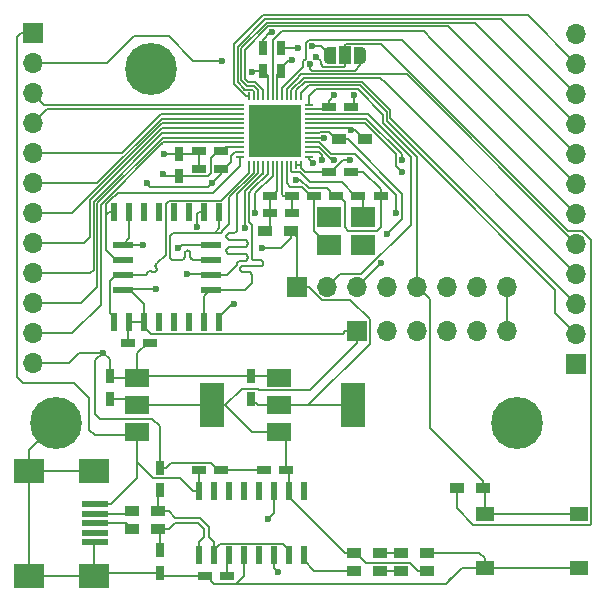
<source format=gbr>
G04 #@! TF.GenerationSoftware,KiCad,Pcbnew,5.1.2-f72e74a~84~ubuntu18.04.1*
G04 #@! TF.CreationDate,2019-07-30T17:12:06-04:00*
G04 #@! TF.ProjectId,fe310-dev,66653331-302d-4646-9576-2e6b69636164,rev?*
G04 #@! TF.SameCoordinates,Original*
G04 #@! TF.FileFunction,Copper,L1,Top*
G04 #@! TF.FilePolarity,Positive*
%FSLAX46Y46*%
G04 Gerber Fmt 4.6, Leading zero omitted, Abs format (unit mm)*
G04 Created by KiCad (PCBNEW 5.1.2-f72e74a~84~ubuntu18.04.1) date 2019-07-30 17:12:06*
%MOMM*%
%LPD*%
G04 APERTURE LIST*
%ADD10C,0.700000*%
%ADD11C,4.400000*%
%ADD12R,0.600000X1.500000*%
%ADD13R,1.200000X0.750000*%
%ADD14R,0.750000X1.200000*%
%ADD15R,1.200000X0.900000*%
%ADD16R,2.500000X2.000000*%
%ADD17R,2.300000X0.500000*%
%ADD18O,1.700000X1.700000*%
%ADD19R,1.700000X1.700000*%
%ADD20R,1.550000X1.300000*%
%ADD21R,2.000000X3.800000*%
%ADD22R,2.000000X1.500000*%
%ADD23C,0.600000*%
%ADD24R,4.400000X4.400000*%
%ADD25R,0.650000X0.200000*%
%ADD26R,0.200000X0.650000*%
%ADD27R,1.750000X0.550000*%
%ADD28R,2.100000X1.800000*%
%ADD29C,0.500000*%
%ADD30C,0.100000*%
%ADD31R,1.000000X1.500000*%
%ADD32C,0.150000*%
%ADD33C,0.200000*%
G04 APERTURE END LIST*
D10*
X25166726Y-48833274D03*
X24000000Y-48350000D03*
X22833274Y-48833274D03*
X22350000Y-50000000D03*
X22833274Y-51166726D03*
X24000000Y-51650000D03*
X25166726Y-51166726D03*
X25650000Y-50000000D03*
D11*
X24000000Y-50000000D03*
X63000000Y-50000000D03*
D10*
X64650000Y-50000000D03*
X64166726Y-51166726D03*
X63000000Y-51650000D03*
X61833274Y-51166726D03*
X61350000Y-50000000D03*
X61833274Y-48833274D03*
X63000000Y-48350000D03*
X64166726Y-48833274D03*
X33166726Y-18833274D03*
X32000000Y-18350000D03*
X30833274Y-18833274D03*
X30350000Y-20000000D03*
X30833274Y-21166726D03*
X32000000Y-21650000D03*
X33166726Y-21166726D03*
X33650000Y-20000000D03*
D11*
X32000000Y-20000000D03*
D12*
X28909297Y-32159920D03*
X30179297Y-32159920D03*
X31449297Y-32159920D03*
X32719297Y-32159920D03*
X33989297Y-32159920D03*
X35259297Y-32159920D03*
X36529297Y-32159920D03*
X37799297Y-32159920D03*
X37799297Y-41459920D03*
X36529297Y-41459920D03*
X35259297Y-41459920D03*
X33989297Y-41459920D03*
X32719297Y-41459920D03*
X31449297Y-41459920D03*
X30179297Y-41459920D03*
X28909297Y-41459920D03*
D13*
X37950000Y-54000000D03*
X36050000Y-54000000D03*
X41550000Y-54000000D03*
X43450000Y-54000000D03*
D14*
X32750000Y-53800000D03*
X32750000Y-55700000D03*
X28500000Y-46050000D03*
X28500000Y-47950000D03*
D13*
X36550000Y-63000000D03*
X38450000Y-63000000D03*
D14*
X32750000Y-60800000D03*
X32750000Y-62700000D03*
X40500000Y-46050000D03*
X40500000Y-47950000D03*
X34400000Y-27200000D03*
X34400000Y-29100000D03*
X43000000Y-20200000D03*
X43000000Y-18300000D03*
D13*
X47050000Y-28750000D03*
X48950000Y-28750000D03*
X37950000Y-27000000D03*
X36050000Y-27000000D03*
D14*
X41500000Y-18300000D03*
X41500000Y-20200000D03*
D13*
X42050000Y-32250000D03*
X43950000Y-32250000D03*
X48950000Y-23250000D03*
X47050000Y-23250000D03*
X37950000Y-28500000D03*
X36050000Y-28500000D03*
X43950000Y-30750000D03*
X42050000Y-30750000D03*
X30050000Y-43200000D03*
X31950000Y-43200000D03*
X51450000Y-30750000D03*
X49550000Y-30750000D03*
X45800000Y-30750000D03*
X47700000Y-30750000D03*
D15*
X49200000Y-62500000D03*
X51400000Y-62500000D03*
D16*
X21700000Y-62950000D03*
X27200000Y-62950000D03*
X21700000Y-54050000D03*
X27200000Y-54050000D03*
D17*
X27300000Y-60100000D03*
X27300000Y-59300000D03*
X27300000Y-58500000D03*
X27300000Y-57700000D03*
X27300000Y-56900000D03*
D18*
X62150000Y-42250000D03*
X59610000Y-42250000D03*
X57070000Y-42250000D03*
X54530000Y-42250000D03*
X51990000Y-42250000D03*
D19*
X49450000Y-42250000D03*
X68000000Y-45000000D03*
D18*
X68000000Y-42460000D03*
X68000000Y-39920000D03*
X68000000Y-37380000D03*
X68000000Y-34840000D03*
X68000000Y-32300000D03*
X68000000Y-29760000D03*
X68000000Y-27220000D03*
X68000000Y-24680000D03*
X68000000Y-22140000D03*
X68000000Y-19600000D03*
X68000000Y-17060000D03*
X22000000Y-44940000D03*
X22000000Y-42400000D03*
X22000000Y-39860000D03*
X22000000Y-37320000D03*
X22000000Y-34780000D03*
X22000000Y-32240000D03*
X22000000Y-29700000D03*
X22000000Y-27160000D03*
X22000000Y-24620000D03*
X22000000Y-22080000D03*
X22000000Y-19540000D03*
D19*
X22000000Y-17000000D03*
D18*
X62180000Y-38500000D03*
X59640000Y-38500000D03*
X57100000Y-38500000D03*
X54560000Y-38500000D03*
X52020000Y-38500000D03*
X49480000Y-38500000D03*
X46940000Y-38500000D03*
D19*
X44400000Y-38500000D03*
D15*
X30400000Y-59000000D03*
X32600000Y-59000000D03*
X32600000Y-57500000D03*
X30400000Y-57500000D03*
X55400000Y-62500000D03*
X53200000Y-62500000D03*
X43850000Y-33750000D03*
X41650000Y-33750000D03*
X60100000Y-55500000D03*
X57900000Y-55500000D03*
X50100000Y-26000000D03*
X47900000Y-26000000D03*
D20*
X60270000Y-57750000D03*
X60270000Y-62250000D03*
X68230000Y-62250000D03*
X68230000Y-57750000D03*
D21*
X37150000Y-48500000D03*
D22*
X30850000Y-48500000D03*
X30850000Y-50800000D03*
X30850000Y-46200000D03*
X42850000Y-46200000D03*
X42850000Y-50800000D03*
X42850000Y-48500000D03*
D21*
X49150000Y-48500000D03*
D12*
X36055000Y-55800000D03*
X37325000Y-55800000D03*
X38595000Y-55800000D03*
X39865000Y-55800000D03*
X41135000Y-55800000D03*
X42405000Y-55800000D03*
X43675000Y-55800000D03*
X44945000Y-55800000D03*
X44945000Y-61200000D03*
X43675000Y-61200000D03*
X42405000Y-61200000D03*
X41135000Y-61200000D03*
X39865000Y-61200000D03*
X38595000Y-61200000D03*
X37325000Y-61200000D03*
X36055000Y-61200000D03*
D23*
X43233333Y-23783333D03*
X41766667Y-23783333D03*
X43966667Y-24516667D03*
X43233333Y-24516667D03*
X42500000Y-24516667D03*
X41766667Y-24516667D03*
X41033333Y-24516667D03*
X43233333Y-25250000D03*
X41766667Y-25250000D03*
X43966667Y-25983333D03*
X43233333Y-25983333D03*
X42500000Y-25983333D03*
X41766667Y-25983333D03*
X41033333Y-25983333D03*
X43233333Y-26716667D03*
X41766667Y-26716667D03*
D24*
X42500000Y-25250000D03*
D25*
X39575000Y-27450000D03*
X39575000Y-27050000D03*
X39575000Y-26650000D03*
X39575000Y-26250000D03*
X39575000Y-25850000D03*
X39575000Y-25450000D03*
X39575000Y-25050000D03*
X39575000Y-24650000D03*
X39575000Y-24250000D03*
X39575000Y-23850000D03*
X39575000Y-23450000D03*
X39575000Y-23050000D03*
D26*
X40300000Y-22325000D03*
X40700000Y-22325000D03*
X41100000Y-22325000D03*
X41500000Y-22325000D03*
X41900000Y-22325000D03*
X42300000Y-22325000D03*
X42700000Y-22325000D03*
X43100000Y-22325000D03*
X43500000Y-22325000D03*
X43900000Y-22325000D03*
X44300000Y-22325000D03*
X44700000Y-22325000D03*
D25*
X45425000Y-23050000D03*
X45425000Y-23450000D03*
X45425000Y-23850000D03*
X45425000Y-24250000D03*
X45425000Y-24650000D03*
X45425000Y-25050000D03*
X45425000Y-25450000D03*
X45425000Y-25850000D03*
X45425000Y-26250000D03*
X45425000Y-26650000D03*
X45425000Y-27050000D03*
X45425000Y-27450000D03*
D26*
X44700000Y-28175000D03*
X44300000Y-28175000D03*
X43900000Y-28175000D03*
X43500000Y-28175000D03*
X43100000Y-28175000D03*
X42700000Y-28175000D03*
X42300000Y-28175000D03*
X41900000Y-28175000D03*
X41500000Y-28175000D03*
X41100000Y-28175000D03*
X40700000Y-28175000D03*
X40300000Y-28175000D03*
D27*
X29654297Y-38714920D03*
X29654297Y-37444920D03*
X29654297Y-36174920D03*
X29654297Y-34904920D03*
X37054297Y-34904920D03*
X37054297Y-36174920D03*
X37054297Y-37444920D03*
X37054297Y-38714920D03*
D28*
X47050000Y-32600000D03*
X49950000Y-32600000D03*
X49950000Y-34900000D03*
X47050000Y-34900000D03*
D15*
X49200000Y-61000000D03*
X51400000Y-61000000D03*
X55400000Y-61000000D03*
X53200000Y-61000000D03*
D29*
X47134000Y-18882000D03*
D30*
G36*
X47684000Y-19632000D02*
G01*
X47134000Y-19632000D01*
X47134000Y-19631398D01*
X47109466Y-19631398D01*
X47060635Y-19626588D01*
X47012510Y-19617016D01*
X46965555Y-19602772D01*
X46920222Y-19583995D01*
X46876949Y-19560864D01*
X46836150Y-19533604D01*
X46798221Y-19502476D01*
X46763524Y-19467779D01*
X46732396Y-19429850D01*
X46705136Y-19389051D01*
X46682005Y-19345778D01*
X46663228Y-19300445D01*
X46648984Y-19253490D01*
X46639412Y-19205365D01*
X46634602Y-19156534D01*
X46634602Y-19132000D01*
X46634000Y-19132000D01*
X46634000Y-18632000D01*
X46634602Y-18632000D01*
X46634602Y-18607466D01*
X46639412Y-18558635D01*
X46648984Y-18510510D01*
X46663228Y-18463555D01*
X46682005Y-18418222D01*
X46705136Y-18374949D01*
X46732396Y-18334150D01*
X46763524Y-18296221D01*
X46798221Y-18261524D01*
X46836150Y-18230396D01*
X46876949Y-18203136D01*
X46920222Y-18180005D01*
X46965555Y-18161228D01*
X47012510Y-18146984D01*
X47060635Y-18137412D01*
X47109466Y-18132602D01*
X47134000Y-18132602D01*
X47134000Y-18132000D01*
X47684000Y-18132000D01*
X47684000Y-19632000D01*
X47684000Y-19632000D01*
G37*
D29*
X49734000Y-18882000D03*
D30*
G36*
X49734000Y-18132602D02*
G01*
X49758534Y-18132602D01*
X49807365Y-18137412D01*
X49855490Y-18146984D01*
X49902445Y-18161228D01*
X49947778Y-18180005D01*
X49991051Y-18203136D01*
X50031850Y-18230396D01*
X50069779Y-18261524D01*
X50104476Y-18296221D01*
X50135604Y-18334150D01*
X50162864Y-18374949D01*
X50185995Y-18418222D01*
X50204772Y-18463555D01*
X50219016Y-18510510D01*
X50228588Y-18558635D01*
X50233398Y-18607466D01*
X50233398Y-18632000D01*
X50234000Y-18632000D01*
X50234000Y-19132000D01*
X50233398Y-19132000D01*
X50233398Y-19156534D01*
X50228588Y-19205365D01*
X50219016Y-19253490D01*
X50204772Y-19300445D01*
X50185995Y-19345778D01*
X50162864Y-19389051D01*
X50135604Y-19429850D01*
X50104476Y-19467779D01*
X50069779Y-19502476D01*
X50031850Y-19533604D01*
X49991051Y-19560864D01*
X49947778Y-19583995D01*
X49902445Y-19602772D01*
X49855490Y-19617016D01*
X49807365Y-19626588D01*
X49758534Y-19631398D01*
X49734000Y-19631398D01*
X49734000Y-19632000D01*
X49184000Y-19632000D01*
X49184000Y-18132000D01*
X49734000Y-18132000D01*
X49734000Y-18132602D01*
X49734000Y-18132602D01*
G37*
D31*
X48434000Y-18882000D03*
D23*
X35900000Y-33375000D03*
X34300000Y-35200000D03*
X42250000Y-16925030D03*
X44450000Y-18250000D03*
X33100000Y-27250000D03*
X44250000Y-29400000D03*
X49196000Y-22275000D03*
X27940000Y-44069000D03*
X40550000Y-20250000D03*
X37150000Y-29700000D03*
X32450000Y-38700000D03*
X31649998Y-29700000D03*
X48900000Y-27749999D03*
X45496000Y-19644000D03*
X40850000Y-32250000D03*
X41450000Y-35200000D03*
X33050000Y-28900000D03*
X45640000Y-18120000D03*
X38020000Y-19390000D03*
X43989000Y-19263000D03*
X52750000Y-32250000D03*
X47500000Y-27750000D03*
X46500000Y-27750000D03*
X45750000Y-28000000D03*
X41950000Y-58100000D03*
X42800000Y-62650000D03*
X53250000Y-27750000D03*
X53250000Y-28750000D03*
X52020000Y-34000000D03*
X46625895Y-25861459D03*
X51495000Y-36500000D03*
X31300000Y-34900000D03*
X40000000Y-33500000D03*
X39000000Y-39900000D03*
X35100000Y-37400000D03*
X47500000Y-22275000D03*
X48942000Y-25175000D03*
X46021000Y-19009000D03*
D32*
X33050000Y-63000000D02*
X32750000Y-62700000D01*
X36550000Y-63000000D02*
X33050000Y-63000000D01*
X27450000Y-62700000D02*
X27200000Y-62950000D01*
X32750000Y-62700000D02*
X27450000Y-62700000D01*
X27200000Y-62950000D02*
X21700000Y-62950000D01*
X27200000Y-60200000D02*
X27300000Y-60100000D01*
X27200000Y-62950000D02*
X27200000Y-60200000D01*
X21700000Y-54050000D02*
X27200000Y-54050000D01*
X39865000Y-62965002D02*
X39865000Y-61200000D01*
X39230001Y-63600001D02*
X39865000Y-62965002D01*
X36775000Y-63000000D02*
X37375001Y-63600001D01*
X36550000Y-63000000D02*
X36775000Y-63000000D01*
X34595080Y-34904920D02*
X34300000Y-35200000D01*
X37054297Y-34904920D02*
X34595080Y-34904920D01*
X28650000Y-46200000D02*
X28500000Y-46050000D01*
X30850000Y-46200000D02*
X28650000Y-46200000D01*
X28500000Y-45825000D02*
X28500000Y-46050000D01*
X42700000Y-46050000D02*
X42850000Y-46200000D01*
X40500000Y-46050000D02*
X42700000Y-46050000D01*
X33275000Y-53800000D02*
X32750000Y-53800000D01*
X33675001Y-53399999D02*
X33275000Y-53800000D01*
X37124999Y-53399999D02*
X33675001Y-53399999D01*
X37725000Y-54000000D02*
X37124999Y-53399999D01*
X37950000Y-54000000D02*
X37725000Y-54000000D01*
X41550000Y-54000000D02*
X37950000Y-54000000D01*
X31000000Y-46050000D02*
X30850000Y-46200000D01*
X40500000Y-46050000D02*
X31000000Y-46050000D01*
X49700000Y-28750000D02*
X48950000Y-28750000D01*
X49975000Y-28750000D02*
X49700000Y-28750000D01*
X51450000Y-30225000D02*
X49975000Y-28750000D01*
X51450000Y-30750000D02*
X51450000Y-30225000D01*
X30850000Y-45300000D02*
X30850000Y-46200000D01*
X30850000Y-44075000D02*
X30850000Y-45300000D01*
X31725000Y-43200000D02*
X30850000Y-44075000D01*
X31950000Y-43200000D02*
X31725000Y-43200000D01*
X59820000Y-61000000D02*
X60270000Y-61450000D01*
X60270000Y-61450000D02*
X60270000Y-62250000D01*
X56600000Y-61000000D02*
X59820000Y-61000000D01*
X60270000Y-62250000D02*
X68230000Y-62250000D01*
X56955001Y-63600001D02*
X38750000Y-63600001D01*
X57425001Y-63130001D02*
X56955001Y-63600001D01*
X55400000Y-61000000D02*
X55550000Y-61000000D01*
X38750000Y-63600001D02*
X39230001Y-63600001D01*
X37375001Y-63600001D02*
X38750000Y-63600001D01*
X58305002Y-62250000D02*
X60270000Y-62250000D01*
X56955001Y-63600001D02*
X58305002Y-62250000D01*
X62150000Y-38530000D02*
X62180000Y-38500000D01*
X62150000Y-42250000D02*
X62150000Y-38530000D01*
X42124970Y-16925030D02*
X42250000Y-16925030D01*
X41500000Y-17550000D02*
X42124970Y-16925030D01*
X41500000Y-18300000D02*
X41500000Y-17550000D01*
X43050000Y-18250000D02*
X43000000Y-18300000D01*
X44450000Y-18250000D02*
X43050000Y-18250000D01*
X36050000Y-27975000D02*
X36050000Y-27000000D01*
X36050000Y-28500000D02*
X36050000Y-27975000D01*
X35850000Y-27200000D02*
X36050000Y-27000000D01*
X34400000Y-27200000D02*
X35850000Y-27200000D01*
X21700000Y-45240000D02*
X22000000Y-44940000D01*
X21700000Y-62950000D02*
X21700000Y-54050000D01*
X36079297Y-32159920D02*
X36529297Y-32159920D01*
X35900000Y-32339217D02*
X36079297Y-32159920D01*
X35900000Y-33375000D02*
X35900000Y-32339217D01*
X34350000Y-27250000D02*
X34400000Y-27200000D01*
X33100000Y-27250000D02*
X34350000Y-27250000D01*
X51450000Y-31275000D02*
X51450000Y-30750000D01*
X51450000Y-33455002D02*
X51450000Y-31275000D01*
X51180001Y-33725001D02*
X51450000Y-33455002D01*
X48719999Y-33725001D02*
X51180001Y-33725001D01*
X48450000Y-33455002D02*
X48719999Y-33725001D01*
X48450000Y-31275000D02*
X48450000Y-33455002D01*
X47925000Y-30750000D02*
X48450000Y-31275000D01*
X47700000Y-30750000D02*
X47925000Y-30750000D01*
X44649278Y-29400000D02*
X44250000Y-29400000D01*
X45399277Y-30149999D02*
X44649278Y-29400000D01*
X46874999Y-30149999D02*
X45399277Y-30149999D01*
X47475000Y-30750000D02*
X46874999Y-30149999D01*
X47700000Y-30750000D02*
X47475000Y-30750000D01*
X56600000Y-61000000D02*
X55400000Y-61000000D01*
X49196000Y-23004000D02*
X48950000Y-23250000D01*
X49196000Y-22275000D02*
X49196000Y-23004000D01*
X28500000Y-46050000D02*
X28500000Y-44629000D01*
X28500000Y-44629000D02*
X27940000Y-44069000D01*
X27940000Y-44069000D02*
X25908000Y-44069000D01*
X25908000Y-44069000D02*
X25037000Y-44940000D01*
X22000000Y-44940000D02*
X25037000Y-44940000D01*
X27305000Y-44704000D02*
X27940000Y-44069000D01*
X27305000Y-49276000D02*
X27305000Y-44704000D01*
X27686000Y-49657000D02*
X27305000Y-49276000D01*
X32131000Y-49657000D02*
X27686000Y-49657000D01*
X32750000Y-53800000D02*
X32750000Y-50276000D01*
X32750000Y-50276000D02*
X32131000Y-49657000D01*
X21700000Y-52300000D02*
X24000000Y-50000000D01*
X21700000Y-54050000D02*
X21700000Y-52300000D01*
X30850000Y-54650000D02*
X30850000Y-51700000D01*
X28600000Y-56900000D02*
X30850000Y-54650000D01*
X27300000Y-56900000D02*
X28600000Y-56900000D01*
X36055000Y-54005000D02*
X36050000Y-54000000D01*
X36055000Y-55800000D02*
X36055000Y-54005000D01*
X30850000Y-51700000D02*
X30850000Y-50800000D01*
X30850000Y-53280002D02*
X30850000Y-51700000D01*
X32194999Y-54625001D02*
X30850000Y-53280002D01*
X34430001Y-54625001D02*
X32194999Y-54625001D01*
X35605000Y-55800000D02*
X34430001Y-54625001D01*
X36055000Y-55800000D02*
X35605000Y-55800000D01*
X20701000Y-46101000D02*
X20701000Y-17299000D01*
X21209000Y-46609000D02*
X20701000Y-46101000D01*
X30850000Y-50800000D02*
X30650000Y-51000000D01*
X30650000Y-51000000D02*
X27232000Y-51000000D01*
X26797000Y-47879000D02*
X25527000Y-46609000D01*
X21000000Y-17000000D02*
X22000000Y-17000000D01*
X27232000Y-51000000D02*
X26797000Y-50565000D01*
X20701000Y-17299000D02*
X21000000Y-17000000D01*
X26797000Y-50565000D02*
X26797000Y-47879000D01*
X25527000Y-46609000D02*
X21209000Y-46609000D01*
X31449297Y-41459920D02*
X30179297Y-41459920D01*
X30254297Y-38714920D02*
X29654297Y-38714920D01*
X31449297Y-39909920D02*
X30254297Y-38714920D01*
X31449297Y-41459920D02*
X31449297Y-39909920D01*
X30300000Y-47950000D02*
X30850000Y-48500000D01*
X28500000Y-47950000D02*
X30300000Y-47950000D01*
X30850000Y-48500000D02*
X37150000Y-48500000D01*
X41700000Y-50800000D02*
X42850000Y-50800000D01*
X40600000Y-50800000D02*
X41700000Y-50800000D01*
X38300000Y-48500000D02*
X40600000Y-50800000D01*
X43675000Y-54225000D02*
X43450000Y-54000000D01*
X43675000Y-55800000D02*
X43675000Y-54225000D01*
X43450000Y-51400000D02*
X42850000Y-50800000D01*
X43450000Y-54000000D02*
X43450000Y-51400000D01*
X44700000Y-28400000D02*
X44700000Y-28175000D01*
X45050000Y-28750000D02*
X44700000Y-28400000D01*
X47050000Y-28750000D02*
X45050000Y-28750000D01*
X44700000Y-28175000D02*
X44300000Y-28175000D01*
X30050000Y-41589217D02*
X30179297Y-41459920D01*
X30050000Y-43200000D02*
X30050000Y-41589217D01*
X41900000Y-20600000D02*
X41500000Y-20200000D01*
X41900000Y-22325000D02*
X41900000Y-20600000D01*
X38300000Y-48500000D02*
X37150000Y-48500000D01*
X39675001Y-47124999D02*
X38300000Y-48500000D01*
X41055001Y-47124999D02*
X39675001Y-47124999D01*
X41180002Y-47250000D02*
X41055001Y-47124999D01*
X45450000Y-47250000D02*
X41180002Y-47250000D01*
X49450000Y-43250000D02*
X45450000Y-47250000D01*
X49450000Y-42250000D02*
X49450000Y-43250000D01*
X40600000Y-20200000D02*
X40550000Y-20250000D01*
X41500000Y-20200000D02*
X40600000Y-20200000D01*
X37950000Y-28900000D02*
X37950000Y-28500000D01*
X37150000Y-29700000D02*
X37950000Y-28900000D01*
X38175000Y-28500000D02*
X37950000Y-28500000D01*
X38775001Y-27899999D02*
X38175000Y-28500000D01*
X38775001Y-27374999D02*
X38775001Y-27899999D01*
X39100000Y-27050000D02*
X38775001Y-27374999D01*
X39575000Y-27050000D02*
X39100000Y-27050000D01*
X31449297Y-41909920D02*
X31449297Y-41459920D01*
X31974298Y-42434921D02*
X31449297Y-41909920D01*
X48450000Y-42250000D02*
X48265079Y-42434921D01*
X48265079Y-42434921D02*
X31974298Y-42434921D01*
X49450000Y-42250000D02*
X48450000Y-42250000D01*
X29669217Y-38700000D02*
X29654297Y-38714920D01*
X32450000Y-38700000D02*
X29669217Y-38700000D01*
X31949997Y-29999999D02*
X31649998Y-29700000D01*
X36850001Y-29999999D02*
X31949997Y-29999999D01*
X37150000Y-29700000D02*
X36850001Y-29999999D01*
X48275001Y-27749999D02*
X48900000Y-27749999D01*
X47275000Y-28750000D02*
X48275001Y-27749999D01*
X47050000Y-28750000D02*
X47275000Y-28750000D01*
X43675000Y-56250000D02*
X43675000Y-55800000D01*
X48425000Y-61000000D02*
X43675000Y-56250000D01*
X49200000Y-61000000D02*
X48425000Y-61000000D01*
X54650000Y-62500000D02*
X55400000Y-62500000D01*
X53974999Y-61824999D02*
X54650000Y-62500000D01*
X50174999Y-61824999D02*
X53974999Y-61824999D01*
X49350000Y-61000000D02*
X50174999Y-61824999D01*
X49200000Y-61000000D02*
X49350000Y-61000000D01*
X49734000Y-19729592D02*
X49734000Y-18882000D01*
X49265593Y-20197999D02*
X49734000Y-19729592D01*
X45625735Y-20197999D02*
X49265593Y-20197999D01*
X45496000Y-20068264D02*
X45625735Y-20197999D01*
X45496000Y-19644000D02*
X45496000Y-20068264D01*
X38450000Y-61345000D02*
X38595000Y-61200000D01*
X38450000Y-63000000D02*
X38450000Y-61345000D01*
X41050000Y-48500000D02*
X40500000Y-47950000D01*
X42850000Y-48500000D02*
X41050000Y-48500000D01*
X42850000Y-48500000D02*
X49150000Y-48500000D01*
X42700000Y-20500000D02*
X43000000Y-20200000D01*
X42700000Y-22325000D02*
X42700000Y-20500000D01*
X49150000Y-49400000D02*
X49150000Y-48500000D01*
X44400000Y-34300000D02*
X43850000Y-33750000D01*
X44400000Y-38500000D02*
X44400000Y-34300000D01*
X38300000Y-26650000D02*
X37950000Y-27000000D01*
X39575000Y-26650000D02*
X38300000Y-26650000D01*
X37725000Y-27000000D02*
X37950000Y-27000000D01*
X37124999Y-27600001D02*
X37725000Y-27000000D01*
X37124999Y-28805003D02*
X37124999Y-27600001D01*
X36830002Y-29100000D02*
X37124999Y-28805003D01*
X34400000Y-29100000D02*
X36830002Y-29100000D01*
X42300000Y-29119998D02*
X40850000Y-30569998D01*
X40850000Y-30569998D02*
X40850000Y-32250000D01*
X42300000Y-28175000D02*
X42300000Y-29119998D01*
X43850000Y-34350000D02*
X43850000Y-33750000D01*
X43000000Y-35200000D02*
X43850000Y-34350000D01*
X41450000Y-35200000D02*
X43000000Y-35200000D01*
X45400000Y-38500000D02*
X44400000Y-38500000D01*
X46475001Y-39575001D02*
X45400000Y-38500000D01*
X48880003Y-39575001D02*
X46475001Y-39575001D01*
X50525001Y-41219999D02*
X48880003Y-39575001D01*
X50525001Y-43280001D02*
X50525001Y-41219999D01*
X45305002Y-48500000D02*
X50525001Y-43280001D01*
X42850000Y-48500000D02*
X45305002Y-48500000D01*
X33250000Y-29100000D02*
X33050000Y-28900000D01*
X34400000Y-29100000D02*
X33250000Y-29100000D01*
X49150000Y-48350000D02*
X49150000Y-48500000D01*
X46372000Y-18120000D02*
X45640000Y-18120000D01*
X47134000Y-18882000D02*
X46372000Y-18120000D01*
X43712000Y-19263000D02*
X43989000Y-19263000D01*
X43000000Y-19975000D02*
X43712000Y-19263000D01*
X43000000Y-20200000D02*
X43000000Y-19975000D01*
X35610000Y-19390000D02*
X38020000Y-19390000D01*
X35610000Y-19390000D02*
X35610000Y-19360000D01*
X35610000Y-19360000D02*
X33500000Y-17250000D01*
X30580000Y-17250000D02*
X28290000Y-19540000D01*
X33500000Y-17250000D02*
X30580000Y-17250000D01*
X22000000Y-19540000D02*
X28290000Y-19540000D01*
X42050000Y-32250000D02*
X42050000Y-30750000D01*
X42050000Y-33350000D02*
X41650000Y-33750000D01*
X42050000Y-32250000D02*
X42050000Y-33350000D01*
X42700000Y-28650000D02*
X42700000Y-28175000D01*
X42700000Y-30325000D02*
X42700000Y-28650000D01*
X42275000Y-30750000D02*
X42700000Y-30325000D01*
X42050000Y-30750000D02*
X42275000Y-30750000D01*
X43950000Y-32250000D02*
X43950000Y-30750000D01*
X43100000Y-28650000D02*
X43100000Y-28175000D01*
X43100000Y-30650000D02*
X43100000Y-28650000D01*
X43200000Y-30750000D02*
X43100000Y-30650000D01*
X43950000Y-30750000D02*
X43200000Y-30750000D01*
X49950000Y-31150000D02*
X49550000Y-30750000D01*
X49950000Y-32600000D02*
X49950000Y-31150000D01*
X48175000Y-29600000D02*
X49325000Y-30750000D01*
X45475722Y-29600000D02*
X48175000Y-29600000D01*
X44600723Y-28725001D02*
X45475722Y-29600000D01*
X49325000Y-30750000D02*
X49550000Y-30750000D01*
X43975001Y-28725001D02*
X44600723Y-28725001D01*
X43900000Y-28650000D02*
X43975001Y-28725001D01*
X43900000Y-28175000D02*
X43900000Y-28650000D01*
X43500000Y-28175000D02*
X43500000Y-29700000D01*
X43500000Y-29700000D02*
X43800000Y-30000000D01*
X45575000Y-30750000D02*
X45800000Y-30750000D01*
X44825000Y-30000000D02*
X45575000Y-30750000D01*
X43800000Y-30000000D02*
X44825000Y-30000000D01*
X46900000Y-34900000D02*
X47050000Y-34900000D01*
X45774999Y-33774999D02*
X46900000Y-34900000D01*
X45800000Y-31275000D02*
X45774999Y-31300001D01*
X45774999Y-31300001D02*
X45774999Y-33774999D01*
X45800000Y-30750000D02*
X45800000Y-31275000D01*
X51400000Y-62500000D02*
X53200000Y-62500000D01*
X44945000Y-61650000D02*
X44945000Y-61200000D01*
X45795000Y-62500000D02*
X44945000Y-61650000D01*
X45795000Y-62500000D02*
X49200000Y-62500000D01*
X29900000Y-58500000D02*
X30400000Y-59000000D01*
X27300000Y-58500000D02*
X29900000Y-58500000D01*
X30200000Y-57700000D02*
X30400000Y-57500000D01*
X27300000Y-57700000D02*
X30200000Y-57700000D01*
X52750000Y-30669998D02*
X52750000Y-32250000D01*
X47247819Y-27224999D02*
X49305001Y-27224999D01*
X46272820Y-26250000D02*
X47247819Y-27224999D01*
X49305001Y-27224999D02*
X52750000Y-30669998D01*
X45425000Y-26250000D02*
X46272820Y-26250000D01*
X47348542Y-27750000D02*
X47500000Y-27750000D01*
X46248542Y-26650000D02*
X47348542Y-27750000D01*
X45425000Y-26650000D02*
X46248542Y-26650000D01*
X45900000Y-27050000D02*
X45425000Y-27050000D01*
X46224264Y-27050000D02*
X45900000Y-27050000D01*
X46500000Y-27325736D02*
X46224264Y-27050000D01*
X46500000Y-27750000D02*
X46500000Y-27325736D01*
X45425000Y-27675000D02*
X45750000Y-28000000D01*
X45425000Y-27450000D02*
X45425000Y-27675000D01*
X66250000Y-40710000D02*
X68000000Y-42460000D01*
X54860010Y-27355730D02*
X54860010Y-27360010D01*
X54860010Y-27360010D02*
X66250000Y-38750000D01*
X66250000Y-38750000D02*
X66250000Y-40710000D01*
X44700000Y-22100000D02*
X45399970Y-21400030D01*
X44700000Y-22325000D02*
X44700000Y-22100000D01*
X45399970Y-21400030D02*
X48904310Y-21400030D01*
X49682030Y-21400030D02*
X51969990Y-23687990D01*
X48904310Y-21400030D02*
X49682030Y-21400030D01*
X51969990Y-24465710D02*
X52236140Y-24731860D01*
X51969990Y-23687990D02*
X51969990Y-24465710D01*
X52236140Y-24731860D02*
X54860010Y-27355730D01*
X52270000Y-23480000D02*
X52270000Y-24190000D01*
X49890020Y-21100020D02*
X52270000Y-23480000D01*
X45049980Y-21100020D02*
X49890020Y-21100020D01*
X52270000Y-24190000D02*
X68000000Y-39920000D01*
X44300000Y-21850000D02*
X45049980Y-21100020D01*
X44300000Y-22325000D02*
X44300000Y-21850000D01*
X43900000Y-22325000D02*
X43900000Y-21825722D01*
X51870000Y-21250000D02*
X68000000Y-37380000D01*
X43900000Y-21825722D02*
X44925712Y-20800010D01*
X51420010Y-20800010D02*
X51870000Y-21250000D01*
X44925712Y-20800010D02*
X51420010Y-20800010D01*
X67150001Y-33990001D02*
X68000000Y-34840000D01*
X53660000Y-20500000D02*
X67150001Y-33990001D01*
X44750000Y-20500000D02*
X53660000Y-20500000D01*
X43500000Y-21754280D02*
X44304290Y-20949990D01*
X44304290Y-20945710D02*
X44750000Y-20500000D01*
X44304290Y-20949990D02*
X44304290Y-20945710D01*
X43500000Y-22325000D02*
X43500000Y-21754280D01*
X43100000Y-21676000D02*
X43100000Y-22325000D01*
X44895001Y-19372999D02*
X44895001Y-19880999D01*
X45114999Y-19153001D02*
X44895001Y-19372999D01*
X55800010Y-20100010D02*
X55800000Y-20100010D01*
X45114999Y-17867999D02*
X45114999Y-19153001D01*
X55800000Y-20100010D02*
X53294989Y-17594999D01*
X44895001Y-19880999D02*
X43100000Y-21676000D01*
X68000000Y-32300000D02*
X55800010Y-20100010D01*
X45387999Y-17594999D02*
X45114999Y-17867999D01*
X53294989Y-17594999D02*
X45387999Y-17594999D01*
X56000000Y-17760000D02*
X68000000Y-29760000D01*
X55990000Y-17750000D02*
X56000000Y-17760000D01*
X42300000Y-22325000D02*
X42300000Y-17619998D01*
X55826000Y-17586000D02*
X56000000Y-17760000D01*
X42300000Y-17619998D02*
X42469998Y-17450000D01*
X43100000Y-16850000D02*
X55090000Y-16850000D01*
X42469998Y-17450000D02*
X42500000Y-17450000D01*
X55090000Y-16850000D02*
X55826000Y-17586000D01*
X42500000Y-17450000D02*
X43100000Y-16850000D01*
X67150001Y-26370001D02*
X68000000Y-27220000D01*
X58280000Y-17500000D02*
X67150001Y-26370001D01*
X58229990Y-17449990D02*
X58280000Y-17500000D01*
X57180030Y-16400030D02*
X58280000Y-17500000D01*
X41948526Y-16400030D02*
X57180030Y-16400030D01*
X41500000Y-21825722D02*
X40824268Y-21149990D01*
X39950030Y-20875752D02*
X39950030Y-18398526D01*
X39950030Y-18398526D02*
X41948526Y-16400030D01*
X40224268Y-21149990D02*
X39950030Y-20875752D01*
X40824268Y-21149990D02*
X40224268Y-21149990D01*
X41500000Y-22325000D02*
X41500000Y-21825722D01*
X41100000Y-22325000D02*
X41100000Y-22100000D01*
X59870000Y-16550000D02*
X68000000Y-24680000D01*
X59420020Y-16100020D02*
X59870000Y-16550000D01*
X41824258Y-16100020D02*
X59420020Y-16100020D01*
X39650020Y-21000020D02*
X39650020Y-18274258D01*
X40100000Y-21450000D02*
X39650020Y-21000020D01*
X40700000Y-21450000D02*
X40100000Y-21450000D01*
X41100000Y-21850000D02*
X40700000Y-21450000D01*
X39650020Y-18274258D02*
X41824258Y-16100020D01*
X41100000Y-22325000D02*
X41100000Y-21850000D01*
X61660010Y-15800010D02*
X68000000Y-22140000D01*
X41699990Y-15800010D02*
X61660010Y-15800010D01*
X40580001Y-21774999D02*
X39924999Y-21774999D01*
X40700000Y-21894998D02*
X40580001Y-21774999D01*
X40700000Y-22325000D02*
X40700000Y-21894998D01*
X39924999Y-21724999D02*
X39350010Y-21150010D01*
X39924999Y-21774999D02*
X39924999Y-21724999D01*
X39350010Y-18149990D02*
X41699990Y-15800010D01*
X39350010Y-21150010D02*
X39350010Y-18149990D01*
X63900000Y-15500000D02*
X68000000Y-19600000D01*
X40050000Y-22325000D02*
X39050000Y-21325000D01*
X39050000Y-17950000D02*
X41500000Y-15500000D01*
X39050000Y-21325000D02*
X39050000Y-17950000D01*
X41500000Y-15500000D02*
X63900000Y-15500000D01*
X40300000Y-22325000D02*
X40050000Y-22325000D01*
X24850000Y-42400000D02*
X22000000Y-42400000D01*
X25350000Y-42400000D02*
X24850000Y-42400000D01*
X27750000Y-31525722D02*
X27750000Y-40000000D01*
X27750000Y-40000000D02*
X25350000Y-42400000D01*
X33025722Y-26250000D02*
X32800000Y-26475722D01*
X39575000Y-26250000D02*
X33025722Y-26250000D01*
X32800000Y-26475722D02*
X27750000Y-31525722D01*
X32905724Y-26369998D02*
X32800000Y-26475722D01*
X27450000Y-31401444D02*
X27450000Y-38500000D01*
X33001444Y-25850000D02*
X27450000Y-31401444D01*
X26090000Y-39860000D02*
X22000000Y-39860000D01*
X27450000Y-38500000D02*
X26090000Y-39860000D01*
X39575000Y-25850000D02*
X33001444Y-25850000D01*
X26880000Y-37320000D02*
X22000000Y-37320000D01*
X27150000Y-37050000D02*
X26880000Y-37320000D01*
X27150000Y-31277166D02*
X27150000Y-37050000D01*
X32977166Y-25450000D02*
X27150000Y-31277166D01*
X39575000Y-25450000D02*
X32977166Y-25450000D01*
X32952888Y-25050000D02*
X26850000Y-31152888D01*
X39575000Y-25050000D02*
X32952888Y-25050000D01*
X26850000Y-31152888D02*
X26850000Y-34300000D01*
X26370000Y-34780000D02*
X22000000Y-34780000D01*
X26850000Y-34300000D02*
X26370000Y-34780000D01*
X25338610Y-32240000D02*
X22000000Y-32240000D01*
X32928610Y-24650000D02*
X25338610Y-32240000D01*
X39575000Y-24650000D02*
X32928610Y-24650000D01*
X27454332Y-29700000D02*
X22000000Y-29700000D01*
X32904332Y-24250000D02*
X27454332Y-29700000D01*
X39575000Y-24250000D02*
X32904332Y-24250000D01*
X32850000Y-23850000D02*
X39575000Y-23850000D01*
X29540000Y-27160000D02*
X32850000Y-23850000D01*
X22000000Y-27160000D02*
X29540000Y-27160000D01*
X42405000Y-57645000D02*
X41950000Y-58100000D01*
X42405000Y-55800000D02*
X42405000Y-57645000D01*
X23170000Y-23450000D02*
X22000000Y-24620000D01*
X39575000Y-23450000D02*
X23170000Y-23450000D01*
X42405000Y-62255000D02*
X42800000Y-62650000D01*
X42405000Y-61200000D02*
X42405000Y-62255000D01*
X22970000Y-23050000D02*
X22000000Y-22080000D01*
X39575000Y-23050000D02*
X22970000Y-23050000D01*
X53250000Y-27250000D02*
X53250000Y-27750000D01*
X50250000Y-24250000D02*
X53250000Y-27250000D01*
X45425000Y-24250000D02*
X50250000Y-24250000D01*
X52950001Y-28450001D02*
X53250000Y-28750000D01*
X52724999Y-28224999D02*
X52950001Y-28450001D01*
X52724999Y-27224999D02*
X52724999Y-28224999D01*
X50150000Y-24650000D02*
X52724999Y-27224999D01*
X45425000Y-24650000D02*
X50150000Y-24650000D01*
X60270000Y-55670000D02*
X60100000Y-55500000D01*
X60270000Y-57750000D02*
X60270000Y-55670000D01*
X68230000Y-57750000D02*
X60270000Y-57750000D01*
X60100000Y-54900000D02*
X60100000Y-55500000D01*
X55605001Y-50405001D02*
X60100000Y-54900000D01*
X55605001Y-39545001D02*
X55605001Y-50405001D01*
X54560000Y-38500000D02*
X55605001Y-39545001D01*
X54560000Y-27479998D02*
X54560000Y-38500000D01*
X45425000Y-22325000D02*
X46000000Y-21750000D01*
X45425000Y-23050000D02*
X45425000Y-22325000D01*
X51669980Y-24589978D02*
X54560000Y-27479998D01*
X46000000Y-21750000D02*
X49524000Y-21750000D01*
X49524000Y-21750000D02*
X51669980Y-23895980D01*
X51669980Y-23895980D02*
X51669980Y-24589978D01*
X47750000Y-26000000D02*
X47900000Y-26000000D01*
X47086458Y-25336458D02*
X47750000Y-26000000D01*
X46373894Y-25336458D02*
X47086458Y-25336458D01*
X46260352Y-25450000D02*
X46373894Y-25336458D01*
X45425000Y-25450000D02*
X46260352Y-25450000D01*
X53275001Y-30625001D02*
X53275001Y-32744999D01*
X53275001Y-32744999D02*
X52020000Y-34000000D01*
X48650000Y-26000000D02*
X53275001Y-30625001D01*
X47900000Y-26000000D02*
X48650000Y-26000000D01*
X46614436Y-25850000D02*
X46625895Y-25861459D01*
X45425000Y-25850000D02*
X46614436Y-25850000D01*
X49495000Y-38500000D02*
X49480000Y-38500000D01*
X51495000Y-36500000D02*
X49495000Y-38500000D01*
X48015001Y-37424999D02*
X47789999Y-37650001D01*
X47789999Y-37650001D02*
X46940000Y-38500000D01*
X49780003Y-37424999D02*
X48015001Y-37424999D01*
X54000000Y-33205002D02*
X49780003Y-37424999D01*
X54000000Y-27500000D02*
X54000000Y-33205002D01*
X50350000Y-23850000D02*
X54000000Y-27500000D01*
X45425000Y-23850000D02*
X50350000Y-23850000D01*
X38699999Y-29100001D02*
X39575000Y-28225000D01*
X29054297Y-36174920D02*
X28300000Y-35420623D01*
X39575000Y-28225000D02*
X39575000Y-27450000D01*
X28700000Y-31000000D02*
X28900000Y-30800000D01*
X29654297Y-36174920D02*
X29054297Y-36174920D01*
X29054297Y-36174920D02*
X28200000Y-35320623D01*
X28200000Y-31900623D02*
X28200000Y-31500000D01*
X38100000Y-29700000D02*
X39575000Y-28225000D01*
X37300000Y-30500000D02*
X38100000Y-29700000D01*
X28450000Y-31250000D02*
X28900000Y-30800000D01*
X28200000Y-31500000D02*
X28450000Y-31250000D01*
X28450000Y-31250000D02*
X29200000Y-30500000D01*
X29200000Y-30500000D02*
X37300000Y-30500000D01*
X28459297Y-32159920D02*
X28200000Y-32419217D01*
X28200000Y-32419217D02*
X28200000Y-33400000D01*
X28909297Y-32159920D02*
X28459297Y-32159920D01*
X28200000Y-33400000D02*
X28200000Y-31500000D01*
X28200000Y-35320623D02*
X28200000Y-33400000D01*
X36529297Y-39239920D02*
X37054297Y-38714920D01*
X36529297Y-41459920D02*
X36529297Y-39239920D01*
X40525001Y-37450000D02*
X40525001Y-38174999D01*
X40518732Y-37394369D02*
X40525001Y-37450000D01*
X40430873Y-37254542D02*
X40470458Y-37294127D01*
X40330631Y-37206268D02*
X40383471Y-37224757D01*
X39788934Y-37200000D02*
X40275001Y-37200000D01*
X39733303Y-36706268D02*
X39680463Y-36724757D01*
X39563691Y-37058470D02*
X39593476Y-37105872D01*
X39593476Y-36794127D02*
X39563691Y-36841529D01*
X39985080Y-38714920D02*
X37054297Y-38714920D01*
X40579544Y-36105872D02*
X40619129Y-36145457D01*
X39680463Y-36724757D02*
X39633061Y-36754542D01*
X39545202Y-36894369D02*
X39538934Y-36950000D01*
X41316699Y-36693731D02*
X41261068Y-36700000D01*
X40383471Y-37224757D02*
X40430873Y-37254542D01*
X41416941Y-36645457D02*
X41369539Y-36675242D01*
X41511068Y-36450000D02*
X41504800Y-36505630D01*
X41504800Y-36394369D02*
X41511068Y-36450000D01*
X40719371Y-36193731D02*
X40775001Y-36200000D01*
X41456526Y-36294127D02*
X41486311Y-36341529D01*
X40300000Y-33022998D02*
X40525001Y-33247999D01*
X41261068Y-36200000D02*
X41316699Y-36206268D01*
X41486311Y-36341529D02*
X41504800Y-36394369D01*
X39733303Y-37193731D02*
X39788934Y-37200000D01*
X41900000Y-28175000D02*
X41900000Y-28924278D01*
X41369539Y-36224757D02*
X41416941Y-36254542D01*
X40619129Y-36145457D02*
X40666531Y-36175242D01*
X40775001Y-36200000D02*
X41261068Y-36200000D01*
X39680463Y-37175242D02*
X39733303Y-37193731D01*
X41261068Y-36700000D02*
X39788934Y-36700000D01*
X41369539Y-36675242D02*
X41316699Y-36693731D01*
X40666531Y-36175242D02*
X40719371Y-36193731D01*
X40525001Y-38174999D02*
X39985080Y-38714920D01*
X41504800Y-36505630D02*
X41486311Y-36558470D01*
X40500243Y-37341529D02*
X40518732Y-37394369D01*
X40531270Y-36005630D02*
X40549759Y-36058470D01*
X39593476Y-37105872D02*
X39633061Y-37145457D01*
X41316699Y-36206268D02*
X41369539Y-36224757D01*
X40525001Y-35950000D02*
X40531270Y-36005630D01*
X39633061Y-36754542D02*
X39593476Y-36794127D01*
X41486311Y-36558470D02*
X41456526Y-36605872D01*
X41456526Y-36605872D02*
X41416941Y-36645457D01*
X40300000Y-30500000D02*
X40300000Y-33022998D01*
X39563691Y-36841529D02*
X39545202Y-36894369D01*
X39788934Y-36700000D02*
X39733303Y-36706268D01*
X41416941Y-36254542D02*
X41456526Y-36294127D01*
X39538934Y-36950000D02*
X39545202Y-37005630D01*
X40600000Y-30224278D02*
X40575722Y-30224278D01*
X40525001Y-33247999D02*
X40525001Y-35950000D01*
X40470458Y-37294127D02*
X40500243Y-37341529D01*
X40275001Y-37200000D02*
X40330631Y-37206268D01*
X40549759Y-36058470D02*
X40579544Y-36105872D01*
X40575722Y-30224278D02*
X40300000Y-30500000D01*
X39633061Y-37145457D02*
X39680463Y-37175242D01*
X39545202Y-37005630D02*
X39563691Y-37058470D01*
X41900000Y-28924278D02*
X40600000Y-30224278D01*
X29559217Y-35000000D02*
X29654297Y-34904920D01*
X30295080Y-34904920D02*
X29654297Y-34904920D01*
X29659217Y-34900000D02*
X29654297Y-34904920D01*
X31300000Y-34900000D02*
X29659217Y-34900000D01*
X41500000Y-28900000D02*
X41500000Y-28175000D01*
X41500000Y-28872834D02*
X41500000Y-28650000D01*
X40000000Y-30372834D02*
X41500000Y-28872834D01*
X41500000Y-28650000D02*
X41500000Y-28175000D01*
X40000000Y-33500000D02*
X40000000Y-30372834D01*
X30179297Y-34379920D02*
X29654297Y-34904920D01*
X30179297Y-32159920D02*
X30179297Y-34379920D01*
X39300000Y-30648556D02*
X41100000Y-28848556D01*
X39300000Y-33600000D02*
X39300000Y-30648556D01*
X39292479Y-33666756D02*
X39300000Y-33600000D01*
X39270291Y-33730165D02*
X39292479Y-33666756D01*
X39234550Y-33787046D02*
X39270291Y-33730165D01*
X39187047Y-33834549D02*
X39234550Y-33787046D01*
X39130166Y-33870290D02*
X39187047Y-33834549D01*
X39066757Y-33892478D02*
X39130166Y-33870290D01*
X39000000Y-33900000D02*
X39066757Y-33892478D01*
X41100000Y-28848556D02*
X41100000Y-28175000D01*
X38688590Y-33900000D02*
X39000000Y-33900000D01*
X38621834Y-33907521D02*
X38688590Y-33900000D01*
X38558425Y-33929709D02*
X38621834Y-33907521D01*
X38396112Y-34133243D02*
X38418300Y-34069834D01*
X38396112Y-34266756D02*
X38388590Y-34200000D01*
X38418300Y-34330165D02*
X38396112Y-34266756D01*
X38454041Y-34387046D02*
X38418300Y-34330165D01*
X38688590Y-34500000D02*
X38621834Y-34492478D01*
X39911410Y-34500000D02*
X38688590Y-34500000D01*
X39978166Y-34507521D02*
X39911410Y-34500000D01*
X40041575Y-34529709D02*
X39978166Y-34507521D01*
X40145959Y-34612953D02*
X40098456Y-34565450D01*
X40181700Y-34669834D02*
X40145959Y-34612953D01*
X37054297Y-37444920D02*
X38455080Y-37444920D01*
X38418300Y-35269834D02*
X38454041Y-35212953D01*
X40181700Y-34930165D02*
X40203888Y-34866756D01*
X39978166Y-35092478D02*
X40041575Y-35070290D01*
X38454041Y-34012953D02*
X38501544Y-33965450D01*
X39533243Y-36307521D02*
X39600000Y-36300000D01*
X40145959Y-36187046D02*
X40181700Y-36130165D01*
X40041575Y-35070290D02*
X40098456Y-35034549D01*
X38688590Y-35100000D02*
X39911410Y-35100000D01*
X38558425Y-34470290D02*
X38501544Y-34434549D01*
X39911410Y-36300000D02*
X39978166Y-36292478D01*
X38388590Y-35400000D02*
X38396112Y-35333243D01*
X39911410Y-35100000D02*
X39978166Y-35092478D01*
X38558425Y-35129709D02*
X38621834Y-35107521D01*
X40203888Y-34866756D02*
X40211410Y-34800000D01*
X38396112Y-35333243D02*
X38418300Y-35269834D01*
X40181700Y-36130165D02*
X40203888Y-36066756D01*
X38396112Y-35466756D02*
X38388590Y-35400000D01*
X38454041Y-35212953D02*
X38501544Y-35165450D01*
X38418300Y-35530165D02*
X38396112Y-35466756D01*
X38388590Y-34200000D02*
X38396112Y-34133243D01*
X40098456Y-34565450D02*
X40041575Y-34529709D01*
X38454041Y-35587046D02*
X38418300Y-35530165D01*
X38621834Y-35107521D02*
X38688590Y-35100000D01*
X38621834Y-35692478D02*
X38558425Y-35670290D01*
X38501544Y-34434549D02*
X38454041Y-34387046D01*
X39911410Y-35700000D02*
X38688590Y-35700000D01*
X38418300Y-34069834D02*
X38454041Y-34012953D01*
X38688590Y-35700000D02*
X38621834Y-35692478D01*
X39978166Y-35707521D02*
X39911410Y-35700000D01*
X38501544Y-35634549D02*
X38454041Y-35587046D01*
X40098456Y-35765450D02*
X40041575Y-35729709D01*
X40211410Y-36000000D02*
X40203888Y-35933243D01*
X40203888Y-36066756D02*
X40211410Y-36000000D01*
X39307521Y-36533243D02*
X39329709Y-36469834D01*
X40203888Y-35933243D02*
X40181700Y-35869834D01*
X39365450Y-36412953D02*
X39412953Y-36365450D01*
X40145959Y-34987046D02*
X40181700Y-34930165D01*
X39600000Y-36300000D02*
X39911410Y-36300000D01*
X40181700Y-35869834D02*
X40145959Y-35812953D01*
X40145959Y-35812953D02*
X40098456Y-35765450D01*
X40098456Y-35034549D02*
X40145959Y-34987046D01*
X38621834Y-34492478D02*
X38558425Y-34470290D01*
X40211410Y-34800000D02*
X40203888Y-34733243D01*
X38558425Y-35670290D02*
X38501544Y-35634549D01*
X40098456Y-36234549D02*
X40145959Y-36187046D01*
X39978166Y-36292478D02*
X40041575Y-36270290D01*
X38501544Y-35165450D02*
X38558425Y-35129709D01*
X39412953Y-36365450D02*
X39469834Y-36329709D01*
X39469834Y-36329709D02*
X39533243Y-36307521D01*
X40041575Y-35729709D02*
X39978166Y-35707521D01*
X38501544Y-33965450D02*
X38558425Y-33929709D01*
X40203888Y-34733243D02*
X40181700Y-34669834D01*
X39300000Y-36600000D02*
X39307521Y-36533243D01*
X40041575Y-36270290D02*
X40098456Y-36234549D01*
X39329709Y-36469834D02*
X39365450Y-36412953D01*
X38455080Y-37444920D02*
X39300000Y-36600000D01*
X38909217Y-39900000D02*
X39000000Y-39900000D01*
X37799297Y-41009920D02*
X38909217Y-39900000D01*
X37799297Y-41459920D02*
X37799297Y-41009920D01*
X37009377Y-37400000D02*
X37054297Y-37444920D01*
X35100000Y-37400000D02*
X37009377Y-37400000D01*
X38112139Y-33700000D02*
X38612139Y-33200000D01*
X37900000Y-33900000D02*
X38100000Y-33700000D01*
X33600000Y-36000000D02*
X33600000Y-34200000D01*
X33774920Y-36174920D02*
X33600000Y-36000000D01*
X34600000Y-36174920D02*
X33774920Y-36174920D01*
X38612139Y-30912139D02*
X40700000Y-28824278D01*
X34655630Y-36168651D02*
X34600000Y-36174920D01*
X34825242Y-36033390D02*
X34795457Y-36080792D01*
X34850000Y-35924920D02*
X34843731Y-35980550D01*
X34850000Y-35650124D02*
X34850000Y-35924920D01*
X35044369Y-35406392D02*
X34991529Y-35424881D01*
X40700000Y-28824278D02*
X40700000Y-28175000D01*
X33600000Y-34200000D02*
X33900000Y-33900000D01*
X35255872Y-35454666D02*
X35208470Y-35424881D01*
X34991529Y-35424881D02*
X34944127Y-35454666D01*
X35208470Y-35424881D02*
X35155630Y-35406392D01*
X35343731Y-35594493D02*
X35325242Y-35541653D01*
X35295457Y-35494251D02*
X35255872Y-35454666D01*
X38100000Y-33700000D02*
X38112139Y-33700000D01*
X34795457Y-36080792D02*
X34755872Y-36120377D01*
X35325242Y-35541653D02*
X35295457Y-35494251D01*
X34708470Y-36150162D02*
X34655630Y-36168651D01*
X35350000Y-35650124D02*
X35343731Y-35594493D01*
X35100000Y-35400124D02*
X35044369Y-35406392D01*
X35350000Y-35924920D02*
X35350000Y-35650124D01*
X38612139Y-33200000D02*
X38612139Y-30912139D01*
X35356268Y-35980550D02*
X35350000Y-35924920D01*
X34856268Y-35594493D02*
X34850000Y-35650124D01*
X35155630Y-35406392D02*
X35100000Y-35400124D01*
X37054297Y-36174920D02*
X35600000Y-36174920D01*
X35444127Y-36120377D02*
X35404542Y-36080792D01*
X34904542Y-35494251D02*
X34874757Y-35541653D01*
X35404542Y-36080792D02*
X35374757Y-36033390D01*
X35600000Y-36174920D02*
X35544369Y-36168651D01*
X35544369Y-36168651D02*
X35491529Y-36150162D01*
X34755872Y-36120377D02*
X34708470Y-36150162D01*
X34874757Y-35541653D02*
X34856268Y-35594493D01*
X34944127Y-35454666D02*
X34904542Y-35494251D01*
X34843731Y-35980550D02*
X34825242Y-36033390D01*
X35374757Y-36033390D02*
X35356268Y-35980550D01*
X35491529Y-36150162D02*
X35444127Y-36120377D01*
X37799297Y-33500703D02*
X37400000Y-33900000D01*
X37799297Y-32159920D02*
X37799297Y-33500703D01*
X37400000Y-33900000D02*
X37900000Y-33900000D01*
X33900000Y-33900000D02*
X37400000Y-33900000D01*
X40300000Y-28175000D02*
X40300000Y-28400000D01*
X40300000Y-28800000D02*
X40300000Y-28175000D01*
X37915081Y-31184919D02*
X40300000Y-28800000D01*
X33244298Y-31455702D02*
X33515081Y-31184919D01*
X33244298Y-35755702D02*
X33244298Y-31455702D01*
X32507106Y-36492893D02*
X33244298Y-35755702D01*
X32444199Y-36555797D02*
X32507106Y-36492893D01*
X32385296Y-36678110D02*
X32395537Y-36633242D01*
X32385296Y-36724132D02*
X32385296Y-36678110D01*
X32415505Y-36810464D02*
X32395537Y-36769000D01*
X32415505Y-36591778D02*
X32444199Y-36555797D01*
X32503103Y-36968759D02*
X32492862Y-36923891D01*
X32503103Y-37014781D02*
X32503103Y-36968759D01*
X32492862Y-36923891D02*
X32472894Y-36882427D01*
X32472894Y-37101113D02*
X32492862Y-37059649D01*
X32381295Y-37200000D02*
X32444200Y-37137094D01*
X32444200Y-37137094D02*
X32472894Y-37101113D01*
X32258982Y-37258903D02*
X32303850Y-37248662D01*
X32345314Y-37228694D02*
X32381295Y-37200000D01*
X31835981Y-37171305D02*
X31877445Y-37151337D01*
X32168092Y-37248662D02*
X32212960Y-37258903D01*
X32395537Y-36633242D02*
X32415505Y-36591778D01*
X32395537Y-36769000D02*
X32385296Y-36724132D01*
X32492862Y-37059649D02*
X32503103Y-37014781D01*
X32126628Y-37228694D02*
X32168092Y-37248662D01*
X32472894Y-36882427D02*
X32415505Y-36810464D01*
X32054666Y-37171305D02*
X32126628Y-37228694D01*
X32013202Y-37151337D02*
X32054666Y-37171305D01*
X31555080Y-37444920D02*
X31800000Y-37200000D01*
X33515081Y-31184919D02*
X37915081Y-31184919D01*
X31968334Y-37141097D02*
X32013202Y-37151337D01*
X31922313Y-37141097D02*
X31968334Y-37141097D01*
X31877445Y-37151337D02*
X31922313Y-37141097D01*
X31800000Y-37200000D02*
X31835981Y-37171305D01*
X32303850Y-37248662D02*
X32345314Y-37228694D01*
X32212960Y-37258903D02*
X32258982Y-37258903D01*
X29654297Y-37444920D02*
X31555080Y-37444920D01*
X29054297Y-37444920D02*
X29654297Y-37444920D01*
X28554296Y-37944921D02*
X29054297Y-37444920D01*
X28554296Y-40654919D02*
X28554296Y-37944921D01*
X28909297Y-41009920D02*
X28554296Y-40654919D01*
X28909297Y-41459920D02*
X28909297Y-41009920D01*
X51400000Y-61000000D02*
X53200000Y-61000000D01*
D33*
X36915000Y-59664999D02*
X36915000Y-58796800D01*
X37325000Y-60074999D02*
X36915000Y-59664999D01*
X37325000Y-61200000D02*
X37325000Y-60074999D01*
X33500001Y-57500000D02*
X32600000Y-57500000D01*
X34025001Y-58025000D02*
X33500001Y-57500000D01*
X36915000Y-58796800D02*
X36143200Y-58025000D01*
D32*
X32600000Y-55850000D02*
X32750000Y-55700000D01*
X32600000Y-57500000D02*
X32600000Y-55850000D01*
D33*
X36143200Y-58025000D02*
X34025001Y-58025000D01*
D32*
X37325000Y-60750000D02*
X37325000Y-61200000D01*
X37850001Y-60224999D02*
X37325000Y-60750000D01*
X43149999Y-60224999D02*
X37850001Y-60224999D01*
X43675000Y-60750000D02*
X43149999Y-60224999D01*
X43675000Y-61200000D02*
X43675000Y-60750000D01*
D33*
X36465000Y-59664999D02*
X36465000Y-58983200D01*
X36055000Y-61200000D02*
X36055000Y-60074999D01*
X36055000Y-60074999D02*
X36465000Y-59664999D01*
X34025001Y-58475000D02*
X33500001Y-59000000D01*
X33500001Y-59000000D02*
X32600000Y-59000000D01*
X35956800Y-58475000D02*
X34025001Y-58475000D01*
X36465000Y-58983200D02*
X35956800Y-58475000D01*
D32*
X32750000Y-59150000D02*
X32600000Y-59000000D01*
X32750000Y-60800000D02*
X32750000Y-59150000D01*
X46850000Y-23450000D02*
X47050000Y-23250000D01*
X45425000Y-23450000D02*
X46850000Y-23450000D01*
X47050000Y-22725000D02*
X47500000Y-22275000D01*
X47050000Y-23250000D02*
X47050000Y-22725000D01*
X50100000Y-26000000D02*
X50250000Y-26000000D01*
X48434000Y-19782000D02*
X48434000Y-18882000D01*
X48358990Y-19857010D02*
X46615010Y-19857010D01*
X48434000Y-19782000D02*
X48358990Y-19857010D01*
X46615010Y-19857010D02*
X46402000Y-19644000D01*
X48803448Y-25036448D02*
X48942000Y-25175000D01*
X45913552Y-25036448D02*
X48803448Y-25036448D01*
X45425000Y-25050000D02*
X45900000Y-25050000D01*
X45900000Y-25050000D02*
X45913552Y-25036448D01*
X46402000Y-19644000D02*
X46402000Y-19390000D01*
X46402000Y-19390000D02*
X46021000Y-19009000D01*
X57900000Y-56100000D02*
X57900000Y-55500000D01*
X57900000Y-57210002D02*
X57900000Y-56100000D01*
X59314999Y-58625001D02*
X57900000Y-57210002D01*
X69185001Y-58625001D02*
X59314999Y-58625001D01*
X69230001Y-58580001D02*
X69185001Y-58625001D01*
X69230001Y-34478999D02*
X69230001Y-58580001D01*
X67349277Y-33764999D02*
X68516001Y-33764999D01*
X68516001Y-33764999D02*
X69230001Y-34478999D01*
X51479287Y-17895009D02*
X67349277Y-33764999D01*
X48520991Y-17895009D02*
X51479287Y-17895009D01*
X48434000Y-17982000D02*
X48520991Y-17895009D01*
X48434000Y-18882000D02*
X48434000Y-17982000D01*
X49275000Y-25175000D02*
X50100000Y-26000000D01*
X48942000Y-25175000D02*
X49275000Y-25175000D01*
M02*

</source>
